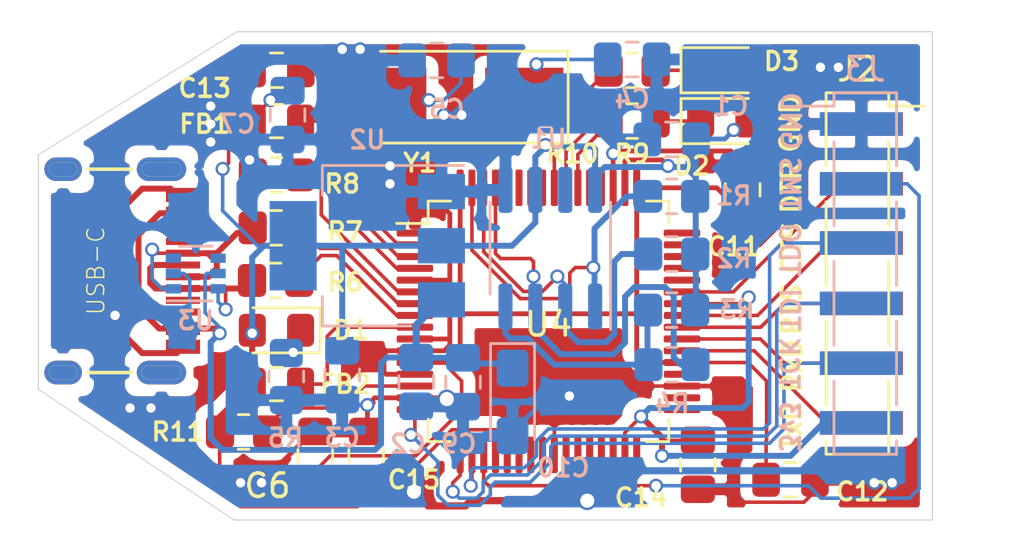
<source format=kicad_pcb>
(kicad_pcb (version 20211014) (generator pcbnew)
  (layers (0 "F.Cu" signal) (31 "B.Cu" signal) (34 "B.Paste" user) (35 "F.Paste" user) (36 "B.SilkS" user "B.Silkscreen") (37 "F.SilkS" user "F.Silkscreen") (38 "B.Mask" user) (39 "F.Mask" user) (44 "Edge.Cuts" user))
  (net 0 "")
  (net 1 "GND")
  (net 2 "+3V3")
  (net 3 "+5V")
  (net 4 "Net-(C4-Pad1)")
  (net 5 "Net-(C5-Pad1)")
  (net 6 "Net-(D1-Pad1)")
  (net 7 "/TCK")
  (net 8 "/TDO")
  (net 9 "/TDI")
  (net 10 "/TMS")
  (net 11 "Net-(J6-PadA6)")
  (net 12 "Net-(J6-PadA7)")
  (net 13 "Net-(R1-Pad1)")
  (net 14 "Net-(R2-Pad1)")
  (net 15 "Net-(R3-Pad1)")
  (net 16 "Net-(R4-Pad2)")
  (net 17 "Net-(R10-Pad2)")
  (net 18 "Net-(R7-Pad2)")
  (net 19 "Net-(D2-Pad1)")
  (net 20 "Net-(D3-Pad1)")
  (net 21 "Net-(FB1-Pad1)")
  (net 22 "Net-(FB2-Pad1)")
  (net 23 "/DTR")
  (net 24 "/RTS")
  (net 25 "/TX")
  (net 26 "/CTS")
  (net 27 "/RX")
  (net 28 "Net-(R6-Pad2)")
  (net 29 "Net-(R11-Pad2)")
  (net 30 "+1V8")
  (net 31 "Net-(R9-Pad2)")
  (net 32 "Net-(R8-Pad2)")
  (footprint "LED_SMD:LED_0805_2012Metric_Pad1.15x1.40mm_HandSolder" (layer "F.Cu") (at 141.097 104.013 180)
    (fp_text reference "D1")
    (fp_text value "pwr")
  )
  (footprint "JTAG_HW:PinHeader_1x06_P2.54mm_Vertical_SMD_Pin1long" (layer "F.Cu") (at 165.78326 101.6)
    (fp_text reference "J2")
    (fp_text value "Conn_01x06_Male")
  )
  (footprint "USB-C-COM-15111:USB-C-COM-15111" (layer "F.Cu") (at 137.12698 101.48824 -90)
    (fp_text reference "J6" hide)
    (fp_text value "USB_C16PIN" hide)
    (fp_line (start -4.02 1.465) (end -4.02 0.365) (layer "Edge.Cuts") (width 0.01))
    (fp_line (start 4.02 5.4) (end 4.02 4.78) (layer "Edge.Cuts") (width 0.01))
    (fp_line (start -4.62 1.465) (end -4.62 0.365) (layer "Edge.Cuts") (width 0.01))
    (fp_line (start 4.62 5.4) (end 4.62 4.78) (layer "Edge.Cuts") (width 0.01))
    (fp_line (start -4.62 5.4) (end -4.62 4.78) (layer "Edge.Cuts") (width 0.01))
    (fp_line (start 4.62 1.465) (end 4.62 0.365) (layer "Edge.Cuts") (width 0.01))
    (fp_line (start 4.02 1.465) (end 4.02 0.365) (layer "Edge.Cuts") (width 0.01))
    (fp_line (start -4.02 5.4) (end -4.02 4.78) (layer "Edge.Cuts") (width 0.01))
    (fp_arc (start -4.02 5.4) (mid -4.32 5.7) (end -4.62 5.4) (layer "Edge.Cuts") (width 0.01))
    (fp_arc (start 4.02 0.365) (mid 4.32 0.065) (end 4.62 0.365) (layer "Edge.Cuts") (width 0.01))
    (fp_arc (start 4.62 1.465) (mid 4.32 1.765) (end 4.02 1.465) (layer "Edge.Cuts") (width 0.01))
    (fp_arc (start -4.62 0.365) (mid -4.32 0.065) (end -4.02 0.365) (layer "Edge.Cuts") (width 0.01))
    (fp_arc (start 4.62 5.4) (mid 4.32 5.7) (end 4.02 5.4) (layer "Edge.Cuts") (width 0.01))
    (fp_arc (start -4.62 4.78) (mid -4.32 4.48) (end -4.02 4.78) (layer "Edge.Cuts") (width 0.01))
    (fp_arc (start -4.02 1.465) (mid -4.32 1.765) (end -4.62 1.465) (layer "Edge.Cuts") (width 0.01))
    (fp_arc (start 4.02 4.78) (mid 4.32 4.48) (end 4.62 4.78) (layer "Edge.Cuts") (width 0.01))
  )
  (footprint "Resistor_SMD:R_0805_2012Metric_Pad1.20x1.40mm_HandSolder" (layer "F.Cu") (at 141.06006 101.89464)
    (fp_text reference "R6")
    (fp_text value "27")
  )
  (footprint "Resistor_SMD:R_0805_2012Metric_Pad1.20x1.40mm_HandSolder" (layer "F.Cu") (at 141.08568 99.65944)
    (fp_text reference "R7")
    (fp_text value "27")
  )
  (footprint "LED_SMD:LED_0805_2012Metric_Pad1.15x1.40mm_HandSolder" (layer "F.Cu") (at 160.147 95.123)
    (fp_text reference "D2")
    (fp_text value "RX_LED")
  )
  (footprint "LED_SMD:LED_0805_2012Metric_Pad1.15x1.40mm_HandSolder" (layer "F.Cu") (at 160.147 92.964)
    (fp_text reference "D3")
    (fp_text value "TX_LED")
  )
  (footprint "Inductor_SMD:L_0805_2012Metric_Pad1.15x1.40mm_HandSolder" (layer "F.Cu") (at 141.097 106.299 180)
    (fp_text reference "FB2")
    (fp_text value "FerriteBead_Small")
  )
  (footprint "Capacitor_SMD:C_0805_2012Metric_Pad1.18x1.45mm_HandSolder" (layer "F.Cu") (at 142.748 109.347 90)
    (fp_text reference "C6")
    (fp_text value "0.1uF")
  )
  (footprint "Capacitor_SMD:C_0805_2012Metric_Pad1.18x1.45mm_HandSolder" (layer "F.Cu") (at 160.909 98.044 90)
    (fp_text reference "C11")
    (fp_text value "0.1uF")
  )
  (footprint "Capacitor_SMD:C_0805_2012Metric_Pad1.18x1.45mm_HandSolder" (layer "F.Cu") (at 162.941 110.363)
    (fp_text reference "C12")
    (fp_text value "0.1uF")
  )
  (footprint "Capacitor_SMD:C_0805_2012Metric_Pad1.18x1.45mm_HandSolder" (layer "F.Cu") (at 159.004 109.728 -90)
    (fp_text reference "C14")
    (fp_text value "0.1uF")
  )
  (footprint "Capacitor_SMD:C_0805_2012Metric_Pad1.18x1.45mm_HandSolder" (layer "F.Cu") (at 144.907 109.347 90)
    (fp_text reference "C15")
    (fp_text value "0.1uF")
  )
  (footprint "Resistor_SMD:R_0805_2012Metric_Pad1.20x1.40mm_HandSolder" (layer "F.Cu") (at 141.097 97.409)
    (fp_text reference "R8")
    (fp_text value "12K")
  )
  (footprint "Resistor_SMD:R_0805_2012Metric_Pad1.20x1.40mm_HandSolder" (layer "F.Cu") (at 156.21 95.123 180)
    (fp_text reference "R9")
    (fp_text value "2K2")
  )
  (footprint "Resistor_SMD:R_0805_2012Metric_Pad1.20x1.40mm_HandSolder" (layer "F.Cu") (at 156.21 92.964 180)
    (fp_text reference "R10")
    (fp_text value "2K2")
  )
  (footprint "Package_QFP:LQFP-64_10x10mm_P0.5mm" (layer "F.Cu") (at 152.654 103.632)
    (fp_text reference "U4")
    (fp_text value "FT2232HL")
  )
  (footprint "Inductor_SMD:L_0805_2012Metric_Pad1.15x1.40mm_HandSolder" (layer "F.Cu") (at 141.097 95.123 180)
    (fp_text reference "FB1")
    (fp_text value "FerriteBead_Small")
  )
  (footprint "Capacitor_SMD:C_0805_2012Metric_Pad1.18x1.45mm_HandSolder" (layer "F.Cu") (at 141.097 92.964 180)
    (fp_text reference "C13")
    (fp_text value "0.1uF")
  )
  (footprint "Resistor_SMD:R_0805_2012Metric_Pad1.20x1.40mm_HandSolder" (layer "F.Cu") (at 139.7 108.331)
    (fp_text reference "R11")
    (fp_text value "1K")
  )
  (footprint "Crystal:Crystal_SMD_0603-2Pin_6.0x3.5mm_HandSoldering" (layer "F.Cu") (at 148.717 94.107 180)
    (fp_text reference "Y1")
    (fp_text value "12MHZ")
  )
  (footprint "Capacitor_SMD:C_0805_2012Metric_Pad1.18x1.45mm_HandSolder" (layer "B.Cu") (at 157.8901 95.90278 180)
    (fp_text reference "C1")
    (fp_text value "0.1uF")
  )
  (footprint "Capacitor_SMD:C_0805_2012Metric_Pad1.18x1.45mm_HandSolder" (layer "B.Cu") (at 143.891 105.918 -90)
    (fp_text reference "C3")
    (fp_text value "0.1uF")
  )
  (footprint "Capacitor_SMD:C_0805_2012Metric_Pad1.18x1.45mm_HandSolder" (layer "B.Cu") (at 156.21 92.5068)
    (fp_text reference "C4")
    (fp_text value "27pF")
  )
  (footprint "Capacitor_SMD:C_0805_2012Metric_Pad1.18x1.45mm_HandSolder" (layer "B.Cu") (at 147.9005 92.5449 180)
    (fp_text reference "C5")
    (fp_text value "27pF")
  )
  (footprint "Capacitor_SMD:C_0805_2012Metric_Pad1.18x1.45mm_HandSolder" (layer "B.Cu") (at 141.56944 94.869 -90)
    (fp_text reference "C7")
    (fp_text value "0.1uF")
  )
  (footprint "JTAG_HW:PinHeader_1x06_P2.54mm_Vertical_SMD_Pin1long" (layer "B.Cu") (at 166.116 101.6 180)
    (fp_text reference "J3")
    (fp_text value "Conn_01x06_Male")
  )
  (footprint "Resistor_SMD:R_0805_2012Metric_Pad1.20x1.40mm_HandSolder" (layer "B.Cu") (at 157.88756 98.32086)
    (fp_text reference "R1")
    (fp_text value "10K")
  )
  (footprint "Resistor_SMD:R_0805_2012Metric_Pad1.20x1.40mm_HandSolder" (layer "B.Cu") (at 141.5161 105.9778 -90)
    (fp_text reference "R5")
    (fp_text value "2K2")
  )
  (footprint "Package_TO_SOT_SMD:SOT-223-3_TabPin2" (layer "B.Cu") (at 144.9574 100.4202 180)
    (fp_text reference "U2")
    (fp_text value "AMS1117-3.3")
  )
  (footprint "Capacitor_SMD:C_0805_2012Metric_Pad1.18x1.45mm_HandSolder" (layer "B.Cu") (at 147.03552 106.20502 -90)
    (fp_text reference "C2")
    (fp_text value "0.1uF")
  )
  (footprint "Capacitor_SMD:C_0805_2012Metric_Pad1.18x1.45mm_HandSolder" (layer "B.Cu") (at 149.02434 106.22142 -90)
    (fp_text reference "C9")
    (fp_text value "0.1uF")
  )
  (footprint "Resistor_SMD:R_0805_2012Metric_Pad1.20x1.40mm_HandSolder" (layer "B.Cu") (at 157.9028 105.4735)
    (fp_text reference "R4")
    (fp_text value "2.2K")
  )
  (footprint "Resistor_SMD:R_0805_2012Metric_Pad1.20x1.40mm_HandSolder" (layer "B.Cu") (at 157.8864 103.15448)
    (fp_text reference "R3")
    (fp_text value "10K")
  )
  (footprint "Resistor_SMD:R_0805_2012Metric_Pad1.20x1.40mm_HandSolder" (layer "B.Cu") (at 157.89286 100.77196)
    (fp_text reference "R2")
    (fp_text value "10K")
  )
  (footprint "Package_SO:SOIC-8_3.9x4.9mm_P1.27mm" (layer "B.Cu") (at 152.73274 100.52558 90)
    (fp_text reference "U1")
    (fp_text value "93CxxC")
  )
  (footprint "Capacitor_Tantalum_SMD:CP_EIA-3216-18_Kemet-A_Pad1.58x1.35mm_HandSolder" (layer "B.Cu") (at 151.13 107.061 -90)
    (fp_text reference "C10")
    (fp_text value "10uF")
  )
  (footprint "Package_TO_SOT_SMD:SOT-363_SC-70-6" (layer "B.Cu") (at 137.668 101.6)
    (fp_text reference "U3")
    (fp_text value "NUP2202")
  )
  (gr_line (start 139.29106 112.07242) (end 130.98272 106.51998) (layer "Edge.Cuts") (width 0.05))
  (gr_line (start 168.96842 91.3257) (end 139.42822 91.3257) (layer "Edge.Cuts") (width 0.05))
  (gr_line (start 130.98272 96.55556) (end 130.98272 106.51998) (layer "Edge.Cuts") (width 0.05))
  (gr_line (start 168.96842 112.07242) (end 168.96842 91.3257) (layer "Edge.Cuts") (width 0.05))
  (gr_line (start 139.42822 91.3257) (end 130.98272 96.55556) (layer "Edge.Cuts") (width 0.05))
  (gr_line (start 139.29106 112.07242) (end 168.96842 112.07242) (layer "Edge.Cuts") (width 0.05))
  (gr_text "3v3\n" (at 162.87242 108.1024 270) (layer "B.SilkS") (effects (font (size 0.8 0.8)) (justify mirror)))
  (gr_text "TCK" (at 162.85972 105.41 270) (layer "B.SilkS") (effects (font (size 0.8 0.8)) (justify mirror)))
  (gr_text "TDI" (at 162.89274 103.124 270) (layer "B.SilkS") (effects (font (size 0.8 0.8)) (justify mirror)))
  (gr_text "TDO\n" (at 162.87496 100.584 270) (layer "B.SilkS") (effects (font (size 0.8 0.8)) (justify mirror)))
  (gr_text "TMS\n" (at 162.9029 97.79 270) (layer "B.SilkS") (effects (font (size 0.8 0.8)) (justify mirror)))
  (gr_text "GND" (at 162.941 95.123 270) (layer "B.SilkS") (effects (font (size 0.8 0.8)) (justify mirror)))
  (gr_text "CTS" (at 163.00704 100.51796 90) (layer "F.SilkS") (effects (font (size 0.8 0.8))))
  (gr_text "DTR" (at 162.9791 97.93732 90) (layer "F.SilkS") (effects (font (size 0.8 0.8))))
  (gr_text "RxD" (at 163.02228 105.5243 90) (layer "F.SilkS") (effects (font (size 0.8 0.8))))
  (gr_text "RTS\n" (at 162.98926 103.12654 90) (layer "F.SilkS") (effects (font (size 0.8 0.8))))
  (gr_text "TxD\n" (at 163.00958 108.1024 90) (layer "F.SilkS") (effects (font (size 0.8 0.8))))
  (gr_text "GND" (at 162.9283 95.23984 90) (layer "F.SilkS") (effects (font (size 0.8 0.8))))
  (segment (start 152.904 107.446) (end 153.543 106.807) (width 0.1524) (layer "F.Cu") (net 1))
  (segment (start 161.619 100.382) (end 162.306 99.695) (width 0.2032) (layer "F.Cu") (net 1))
  (segment (start 146.979 106.882) (end 148.08079 106.882) (width 0.2032) (layer "F.Cu") (net 1))
  (segment (start 144.9626 108.1054) (end 144.9626 107.188) (width 0.2032) (layer "F.Cu") (net 1))
  (segment (start 146.979 99.882) (end 148.403 99.882) (width 0.2032) (layer "F.Cu") (net 1))
  (segment (start 134.67334 104.264114) (end 135.391867 104.982641) (width 0.254) (layer "F.Cu") (net 1))
  (segment (start 158.329 106.382) (end 160.23 106.382) (width 0.2032) (layer "F.Cu") (net 1))
  (segment (start 155.404 96.49686) (end 155.50786 96.393) (width 0.2032) (layer "F.Cu") (net 1))
  (segment (start 148.463 101.854) (end 148.463 99.822) (width 0.2032) (layer "F.Cu") (net 1))
  (segment (start 146.979 104.382) (end 148.451 104.382) (width 0.2032) (layer "F.Cu") (net 1))
  (segment (start 147.543801 111.475801) (end 146.939 110.871) (width 0.3048) (layer "F.Cu") (net 1))
  (segment (start 145.816 104.882) (end 145.669 105.029) (width 0.2032) (layer "F.Cu") (net 1))
  (segment (start 148.435 101.882) (end 148.463 101.854) (width 0.2032) (layer "F.Cu") (net 1))
  (segment (start 158.329 106.382) (end 153.968 106.382) (width 0.1524) (layer "F.Cu") (net 1))
  (segment (start 135.391867 104.982641) (end 136.857579 104.982641) (width 0.254) (layer "F.Cu") (net 1))
  (segment (start 146.979 106.882) (end 145.2686 106.882) (width 0.2032) (layer "F.Cu") (net 1))
  (segment (start 140.06438 97.52076) (end 139.95342 97.4098) (width 0.254) (layer "F.Cu") (net 1))
  (segment (start 162.306 99.695) (end 162.306 98.298) (width 0.2032) (layer "F.Cu") (net 1))
  (segment (start 134.67334 98.712366) (end 134.67334 103.43134) (width 0.254) (layer "F.Cu") (net 1))
  (segment (start 153.968 106.382) (end 153.543 106.807) (width 0.1524) (layer "F.Cu") (net 1))
  (segment (start 136.86108 98.26324) (end 136.591679 97.993839) (width 0.254) (layer "F.Cu") (net 1))
  (segment (start 136.857579 104.982641) (end 137.12698 104.71324) (width 0.254) (layer "F.Cu") (net 1))
  (segment (start 148.313 106.934) (end 148.336 106.934) (width 0.2032) (layer "F.Cu") (net 1))
  (segment (start 163.51139 111.31661) (end 160.97361 111.31661) (width 0.1524) (layer "F.Cu") (net 1))
  (segment (start 148.08079 106.882) (end 148.261 106.882) (width 0.2032) (layer "F.Cu") (net 1))
  (segment (start 146.979 104.882) (end 148.229 104.882) (width 0.2032) (layer "F.Cu") (net 1))
  (segment (start 163.9785 110.363) (end 163.9785 110.8495) (width 0.1524) (layer "F.Cu") (net 1))
  (segment (start 142.6425 108.3095) (end 140.462 110.49) (width 0.2032) (layer "F.Cu") (net 1))
  (segment (start 152.904 109.307) (end 152.904 107.446) (width 0.1524) (layer "F.Cu") (net 1))
  (segment (start 148.261 106.882) (end 148.313 106.934) (width 0.2032) (layer "F.Cu") (net 1))
  (segment (start 142.748 108.3095) (end 142.6425 108.3095) (width 0.2032) (layer "F.Cu") (net 1))
  (segment (start 158.329 100.382) (end 161.619 100.382) (width 0.2032) (layer "F.Cu") (net 1))
  (segment (start 147.193 97.79) (end 145.923 97.79) (width 0.2032) (layer "F.Cu") (net 1))
  (segment (start 160.6335 110.7655) (end 160.655 110.744) (width 0.1524) (layer "F.Cu") (net 1))
  (segment (start 144.7585 108.3095) (end 144.9626 108.1054) (width 0.2032) (layer "F.Cu") (net 1))
  (segment (start 159.004 110.7655) (end 160.6335 110.7655) (width 0.1524) (layer "F.Cu") (net 1))
  (segment (start 160.401 96.393) (end 160.909 96.901) (width 0.2032) (layer "F.Cu") (net 1))
  (segment (start 154.305 111.252) (end 149.352 111.252) (width 0.3048) (layer "F.Cu") (net 1))
  (segment (start 148.229 104.882) (end 148.463 104.648) (width 0.2032) (layer "F.Cu") (net 1))
  (segment (start 163.9785 110.8495) (end 163.51139 111.31661) (width 0.1524) (layer "F.Cu") (net 1))
  (segment (start 149.352 111.252) (end 149.128199 111.475801) (width 0.3048) (layer "F.Cu") (net 1))
  (segment (start 160.23 106.382) (end 160.655 106.807) (width 0.2032) (layer "F.Cu") (net 1))
  (segment (start 134.67334 103.43134) (end 134.67334 104.264114) (width 0.254) (layer "F.Cu") (net 1))
  (segment (start 148.463 104.648) (end 148.463 104.394) (width 0.2032) (layer "F.Cu") (net 1))
  (segment (start 145.669 105.029) (end 145.669 105.791) (width 0.2032) (layer "F.Cu") (net 1))
  (segment (start 162.306 98.298) (end 160.909 96.901) (width 0.2032) (layer "F.Cu") (net 1))
  (segment (start 137.12698 98.26324) (end 136.86108 98.26324) (width 0.254) (layer "F.Cu") (net 1))
  (segment (start 135.391867 97.993839) (end 134.67334 98.712366) (width 0.254) (layer "F.Cu") (net 1))
  (segment (start 148.463 99.822) (end 148.463 99.06) (width 0.2032) (layer "F.Cu") (net 1))
  (segment (start 146.979 101.882) (end 148.435 101.882) (width 0.2032) (layer "F.Cu") (net 1))
  (segment (start 145.76 105.882) (end 145.669 105.791) (width 0.2032) (layer "F.Cu") (net 1))
  (segment (start 145.2686 106.882) (end 144.9626 107.188) (width 0.2032) (layer "F.Cu") (net 1))
  (segment (start 148.451 104.382) (end 148.463 104.394) (width 0.2032) (layer "F.Cu") (net 1))
  (segment (start 146.979 104.882) (end 145.816 104.882) (width 0.2032) (layer "F.Cu") (net 1))
  (segment (start 155.50786 96.393) (end 160.401 96.393) (width 0.2032) (layer "F.Cu") (net 1))
  (segment (start 134.239 103.378) (end 134.62 103.378) (width 0.1524) (layer "F.Cu") (net 1))
  (segment (start 148.463 104.394) (end 148.463 101.854) (width 0.2032) (layer "F.Cu") (net 1))
  (segment (start 160.655 110.998) (end 160.655 110.744) (width 0.1524) (layer "F.Cu") (net 1))
  (segment (start 148.403 99.882) (end 148.463 99.822) (width 0.2032) (layer "F.Cu") (net 1))
  (segment (start 146.979 105.882) (end 145.76 105.882) (width 0.2032) (layer "F.Cu") (net 1))
  (segment (start 160.97361 111.31661) (end 160.655 110.998) (width 0.1524) (layer "F.Cu") (net 1))
  (segment (start 148.463 99.06) (end 147.193 97.79) (width 0.2032) (layer "F.Cu") (net 1))
  (segment (start 149.128199 111.475801) (end 147.543801 111.475801) (width 0.3048) (layer "F.Cu") (net 1))
  (segment (start 155.404 97.957) (end 155.404 96.564) (width 0.2032) (layer "F.Cu") (net 1))
  (segment (start 160.655 110.744) (end 160.655 106.807) (width 0.1524) (layer "F.Cu") (net 1))
  (segment (start 134.62 103.378) (end 134.67334 103.43134) (width 0.1524) (layer "F.Cu") (net 1))
  (segment (start 136.591679 97.993839) (end 135.391867 97.993839) (width 0.254) (layer "F.Cu") (net 1))
  (segment (start 155.404 96.564) (end 155.404 96.49686) (width 0.2032) (layer "F.Cu") (net 1))
  (segment (start 142.748 108.3095) (end 144.7585 108.3095) (width 0.2032) (layer "F.Cu") (net 1))
  (via (at 144.9626 107.188) (size 0.6) (drill 0.4) (layers "F.Cu" "B.Cu") (net 1))
  (via (at 148.209 94.869) (size 0.6) (drill 0.4) (layers "F.Cu" "B.Cu") (net 1))
  (via (at 164.211 92.837) (size 0.6) (drill 0.4) (layers "F.Cu" "B.Cu") (net 1))
  (via (at 145.923 97.79) (size 0.6) (drill 0.4) (layers "F.Cu" "B.Cu") (net 1))
  (via (at 167.259 110.49) (size 0.6) (drill 0.4) (layers "F.Cu" "B.Cu") (net 1))
  (via (at 139.573 110.49) (size 0.6) (drill 0.4) (layers "F.Cu" "B.Cu") (net 1))
  (via (at 135.763 107.315) (size 0.6) (drill 0.4) (layers "F.Cu" "B.Cu") (net 1))
  (via (at 134.239 103.378) (size 0.6) (drill 0.4) (layers "F.Cu" "B.Cu") (net 1))
  (via (at 138.303 94.488) (size 0.6) (drill 0.4) (layers "F.Cu" "B.Cu") (net 1))
  (via (at 140.462 110.49) (size 0.6) (drill 0.4) (layers "F.Cu" "B.Cu") (net 1))
  (via (at 148.336 106.934) (size 0.8) (drill 0.6) (layers "F.Cu" "B.Cu") (net 1))
  (via (at 148.971 94.869) (size 0.6) (drill 0.4) (layers "F.Cu" "B.Cu") (net 1))
  (via (at 138.303 95.25) (size 0.6) (drill 0.4) (layers "F.Cu" "B.Cu") (net 1))
  (via (at 164.973 92.837) (size 0.6) (drill 0.4) (layers "F.Cu" "B.Cu") (net 1))
  (via (at 145.923 97.028) (size 0.6) (drill 0.4) (layers "F.Cu" "B.Cu") (net 1))
  (via (at 166.497 110.49) (size 0.6) (drill 0.4) (layers "F.Cu" "B.Cu") (net 1))
  (via (at 146.939 110.871) (size 0.8) (drill 0.6) (layers "F.Cu" "B.Cu") (net 1))
  (via (at 143.891 92.075) (size 0.6) (drill 0.4) (layers "F.Cu" "B.Cu") (net 1))
  (via (at 134.874 107.315) (size 0.6) (drill 0.4) (layers "F.Cu" "B.Cu") (net 1))
  (via (at 155.404 96.49686) (size 0.6) (drill 0.4) (layers "F.Cu" "B.Cu") (net 1))
  (via (at 144.653 92.075) (size 0.6) (drill 0.4) (layers "F.Cu" "B.Cu") (net 1))
  (via (at 139.95342 96.774) (size 0.6) (drill 0.4) (layers "F.Cu" "B.Cu") (net 1))
  (via (at 154.305 111.252) (size 0.8) (drill 0.6) (layers "F.Cu" "B.Cu") (net 1))
  (via (at 138.303 96.012) (size 0.6) (drill 0.4) (layers "F.Cu" "B.Cu") (net 1))
  (via (at 153.543 106.807) (size 0.6) (drill 0.4) (layers "F.Cu" "B.Cu") (net 1))
  (segment (start 150.99002 108.45038) (end 151.14016 108.30024) (width 0.1524) (layer "B.Cu") (net 1))
  (segment (start 155.54198 96.30692) (end 154.76192 95.52686) (width 0.254) (layer "B.Cu") (net 1))
  (segment (start 139.95342 96.14212) (end 139.95342 96.774) (width 0.254) (layer "B.Cu") (net 1))
  (segment (start 156.591 109.982) (end 155.321 111.252) (width 0.3048) (layer "B.Cu") (net 1))
  (segment (start 156.82164 95.94624) (end 156.8651 95.90278) (width 0.254) (layer "B.Cu") (net 1))
  (segment (start 149.02434 107.25892) (end 148.66092 107.25892) (width 0.2032) (layer "B.Cu") (net 1))
  (segment (start 152.908 106.807) (end 153.543 106.807) (width 0.2032) (layer "B.Cu") (net 1))
  (segment (start 148.66092 107.25892) (end 148.336 106.934) (width 0.2032) (layer "B.Cu") (net 1))
  (segment (start 144.145 107.188) (end 143.891 106.934) (width 0.2032) (layer "B.Cu") (net 1))
  (segment (start 147.32 106.934) (end 148.336 106.934) (width 0.2032) (layer "B.Cu") (net 1))
  (segment (start 165.989 109.982) (end 156.591 109.982) (width 0.3048) (layer "B.Cu") (net 1))
  (segment (start 137.16 103.378) (end 134.239 103.378) (width 0.1524) (layer "B.Cu") (net 1))
  (segment (start 137.16 101.6) (end 137.414 101.854) (width 0.1524) (layer "B.Cu") (net 1))
  (segment (start 155.90266 95.94624) (end 156.82164 95.94624) (width 0.254) (layer "B.Cu") (net 1))
  (segment (start 137.414 101.854) (end 137.414 103.124) (width 0.1524) (layer "B.Cu") (net 1))
  (segment (start 137.414 103.124) (end 137.16 103.378) (width 0.1524) (layer "B.Cu") (net 1))
  (segment (start 155.321 111.252) (end 154.305 111.252) (width 0.3048) (layer "B.Cu") (net 1))
  (segment (start 151.13 108.331) (end 151.13 108.585) (width 0.2032) (layer "B.Cu") (net 1))
  (segment (start 167.259 110.49) (end 166.497 110.49) (width 0.3048) (layer "B.Cu") (net 1))
  (segment (start 154.76192 95.52686) (end 151.40714 95.52686) (width 0.254) (layer "B.Cu") (net 1))
  (segment (start 144.9626 107.188) (end 144.145 107.188) (width 0.2032) (layer "B.Cu") (net 1))
  (segment (start 149.82952 98.02622) (end 150.80338 98.02622) (width 0.1524) (layer "B.Cu") (net 1))
  (segment (start 140.843 110.871) (end 140.462 110.49) (width 0.3048) (layer "B.Cu") (net 1))
  (segment (start 150.876 108.6255) (end 151.2165 108.6255) (width 0.1524) (layer "B.Cu") (net 1))
  (segment (start 139.95342 96.14212) (end 140.20154 95.894) (width 0.254) (layer "B.Cu") (net 1))
  (segment (start 166.497 110.49) (end 165.989 109.982) (width 0.3048) (layer "B.Cu") (net 1))
  (segment (start 140.20154 95.894) (end 141.56944 95.894) (width 0.254) (layer "B.Cu") (net 1))
  (segment (start 155.54198 96.30692) (end 155.90266 95.94624) (width 0.254) (layer "B.Cu") (net 1))
  (segment (start 136.718 101.6) (end 137.16 101.6) (width 0.1524) (layer "B.Cu") (net 1))
  (segment (start 152.654 106.807) (end 151.13 108.331) (width 0.2032) (layer "B.Cu") (net 1))
  (segment (start 151.40714 95.52686) (end 149.82952 97.10448) (width 0.254) (layer "B.Cu") (net 1))
  (segment (start 147.03552 107.24252) (end 147.03552 107.21848) (width 0.2032) (layer "B.Cu") (net 1))
  (segment (start 147.03552 107.21848) (end 147.32 106.934) (width 0.2032) (layer "B.Cu") (net 1))
  (segment (start 153.035 106.807) (end 153.543 106.807) (width 0.1524) (layer "B.Cu") (net 1))
  (segment (start 153.035 106.807) (end 152.908 106.807) (width 0.2032) (layer "B.Cu") (net 1))
  (segment (start 146.939 110.871) (end 140.843 110.871) (width 0.3048) (layer "B.Cu") (net 1))
  (segment (start 150.80338 98.02622) (end 150.82774 98.05058) (width 0.1524) (layer "B.Cu") (net 1))
  (segment (start 149.82952 97.10448) (end 149.82952 98.02622) (width 0.1524) (layer "B.Cu") (net 1))
  (segment (start 152.908 106.807) (end 152.654 106.807) (width 0.2032) (layer "B.Cu") (net 1))
  (segment (start 161.172 92.964) (end 161.172 95.114) (width 0.2032) (layer "F.Cu") (net 2))
  (segment (start 140.072 95.123) (end 139.7 95.123) (width 0.1524) (layer "F.Cu") (net 2))
  (segment (start 160.897 102.882) (end 161.163 102.616) (width 0.1524) (layer "F.Cu") (net 2))
  (segment (start 157.48 108.5644) (end 156.591 107.6754) (width 0.254) (layer "F.Cu") (net 2))
  (segment (start 138.684 110.617) (end 138.684 108.331) (width 0.1524) (layer "F.Cu") (net 2))
  (segment (start 144.907 111.125) (end 144.526 111.506) (width 0.1524) (layer "F.Cu") (net 2))
  (segment (start 160.909 95.123) (end 160.528 95.504) (width 0.2032) (layer "F.Cu") (net 2))
  (segment (start 155.956 96.774) (end 157.48 96.774) (width 0.2032) (layer "F.Cu") (net 2))
  (segment (start 139.065 95.758) (end 139.065 96.901) (width 0.1524) (layer "F.Cu") (net 2))
  (segment (start 155.904 97.957) (end 155.904 96.826) (width 0.2032) (layer "F.Cu") (net 2))
  (segment (start 138.7 108.331) (end 138.7 107.68) (width 0.254) (layer "F.Cu") (net 2))
  (segment (start 146.431 110.363) (end 144.907 110.363) (width 0.1524) (layer "F.Cu") (net 2))
  (segment (start 140.06576 104.13746) (end 140.06576 106.28376) (width 0.254) (layer "F.Cu") (net 2))
  (segment (start 139.573 111.506) (end 138.684 110.617) (width 0.1524) (layer "F.Cu") (net 2))
  (segment (start 155.904 96.826) (end 155.956 96.774) (width 0.2032) (layer "F.Cu") (net 2))
  (segment (start 155.904 109.307) (end 155.904 108.3624) (width 0.1524) (layer "F.Cu") (net 2))
  (segment (start 157.6061 108.6905) (end 157.48 108.5644) (width 0.1524) (layer "F.Cu") (net 2))
  (segment (start 139.065 96.901) (end 138.811 97.155) (width 0.1524) (layer "F.Cu") (net 2))
  (segment (start 161.172 95.123) (end 160.909 95.123) (width 0.2032) (layer "F.Cu") (net 2))
  (segment (start 150.404 108.24) (end 148.554 108.24) (width 0.1524) (layer "F.Cu") (net 2))
  (segment (start 157.48 96.774) (end 157.734 97.028) (width 0.2032) (layer "F.Cu") (net 2))
  (segment (start 140.072 95.005) (end 140.843 94.234) (width 0.1524) (layer "F.Cu") (net 2))
  (segment (start 144.907 110.3845) (end 144.907 111.125) (width 0.1524) (layer "F.Cu") (net 2))
  (segment (start 152.904 97.957) (end 152.904 96.516) (width 0.1524) (layer "F.Cu") (net 2))
  (segment (start 140.072 95.123) (end 140.072 95.005) (width 0.1524) (layer "F.Cu") (net 2))
  (segment (start 148.554 108.24) (end 146.431 110.363) (width 0.1524) (layer "F.Cu") (net 2))
  (segment (start 142.1345 93.0695) (end 140.97 94.234) (width 0.1524) (layer "F.Cu") (net 2))
  (segment (start 150.404 109.307) (end 150.404 108.24) (width 0.1524) (layer "F.Cu") (net 2))
  (segment (start 157.48 109.347) (end 157.48 108.5644) (width 0.254) (layer "F.Cu") (net 2))
  (segment (start 152.904 96.516) (end 152.527 96.139) (width 0.1524) (layer "F.Cu") (net 2))
  (segment (start 142.1345 92.964) (end 142.1345 93.0695) (width 0.1524) (layer "F.Cu") (net 2))
  (segment (start 158.329 102.882) (end 159.881 102.882) (width 0.1524) (layer "F.Cu") (net 2))
  (segment (start 140.0503 104.36352) (end 140.0503 104.15292) (width 0.254) (layer "F.Cu") (net 2))
  (segment (start 159.004 108.6905) (end 157.6061 108.6905) (width 0.1524) (layer "F.Cu") (net 2))
  (segment (start 138.7 107.68) (end 140.081 106.299) (width 0.254) (layer "F.Cu") (net 2))
  (segment (start 144.526 111.506) (end 139.573 111.506) (width 0.1524) (layer "F.Cu") (net 2))
  (segment (start 159.881 102.882) (end 160.897 102.882) (width 0.1524) (layer "F.Cu") (net 2))
  (segment (start 140.97 94.234) (end 140.843 94.234) (width 0.1524) (layer "F.Cu") (net 2))
  (segment (start 140.0503 104.15292) (end 140.06576 104.13746) (width 0.254) (layer "F.Cu") (net 2))
  (segment (start 155.904 108.3624) (end 156.591 107.6754) (width 0.1524) (layer "F.Cu") (net 2))
  (segment (start 139.7 95.123) (end 139.065 95.758) (width 0.1524) (layer "F.Cu") (net 2))
  (via (at 156.591 107.6754) (size 0.6) (drill 0.4) (layers "F.Cu" "B.Cu") (net 2))
  (via (at 140.06576 104.13746) (size 0.6) (drill 0.4) (layers "F.Cu" "B.Cu") (net 2))
  (via (at 138.811 97.155) (size 0.6) (drill 0.4) (layers "F.Cu" "B.Cu") (net 2))
  (via (at 160.528 95.504) (size 0.6) (drill 0.4) (layers "F.Cu" "B.Cu") (net 2))
  (via (at 161.163 102.616) (size 0.6) (drill 0.4) (layers "F.Cu" "B.Cu") (net 2))
  (via (at 152.527 96.139) (size 0.6) (drill 0.4) (layers "F.Cu" "B.Cu") (net 2))
  (via (at 140.843 94.234) (size 0.6) (drill 0.4) (layers "F.Cu" "B.Cu") (net 2))
  (via (at 157.734 97.028) (size 0.6) (drill 0.4) (layers "F.Cu" "B.Cu") (net 2))
  (via (at 157.48 109.347) (size 0.6) (drill 0.4) (layers "F.Cu" "B.Cu") (net 2))
  (segment (start 143.8542 100.4202) (end 144.67462 100.4202) (width 0.254) (layer "B.Cu") (net 2))
  (segment (start 165.9382 107.95) (end 164.592 107.95) (width 0.1524) (layer "B.Cu") (net 2))
  (segment (start 154.63774 98.05058) (end 154.63774 96.32442) (width 0.254) (layer "B.Cu") (net 2))
  (segment (start 158.91256 96.94164) (end 158.77794 97.07626) (width 0.254) (layer "B.Cu") (net 2))
  (segment (start 158.77794 97.07626) (end 158.77794 97.15246) (width 0.254) (layer "B.Cu") (net 2))
  (segment (start 164.338 107.95) (end 162.941 109.347) (width 0.254) (layer "B.Cu") (net 2))
  (segment (start 165.9382 107.95) (end 164.338 107.95) (width 0.254) (layer "B.Cu") (net 2))
  (segment (start 143.891 104.8805) (end 143.891 100.457) (width 0.254) (layer "B.Cu") (net 2))
  (segment (start 147.24759 100.4202) (end 147.218405 100.391015) (width 0.254) (layer "B.Cu") (net 2))
  (segment (start 158.91256 100.76666) (end 158.91786 100.77196) (width 0.254) (layer "B.Cu") (net 2))
  (segment (start 158.67888 96.9137) (end 158.67888 96.9772) (width 0.254) (layer "B.Cu") (net 2))
  (segment (start 154.51328 96.19996) (end 152.53208 96.19996) (width 0.254) (layer "B.Cu") (net 2))
  (segment (start 140.843 94.234) (end 141.224 93.853) (width 0.1524) (layer "B.Cu") (net 2))
  (segment (start 158.60014 97.1931) (end 158.60014 97.07626) (width 0.254) (layer "B.Cu") (net 2))
  (segment (start 145.89128 100.4202) (end 148.1074 100.4202) (width 0.254) (layer "B.Cu") (net 2))
  (segment (start 156.9514 107.315) (end 156.591 107.6754) (width 0.254) (layer "B.Cu") (net 2))
  (segment (start 158.91256 97.21088) (end 158.91256 97.5487) (width 0.254) (layer "B.Cu") (net 2))
  (segment (start 158.91256 96.65462) (end 158.91256 96.94164) (width 0.254) (layer "B.Cu") (net 2))
  (segment (start 140.7528 100.4202) (end 141.8074 100.4202) (width 0.254) (layer "B.Cu") (net 2))
  (segment (start 158.91256 97.50552) (end 158.60014 97.1931) (width 0.254) (layer "B.Cu") (net 2))
  (segment (start 154.63774 96.32442) (end 154.51328 96.19996) (width 0.254) (layer "B.Cu") (net 2))
  (segment (start 158.77794 96.81464) (end 158.67888 96.9137) (width 0.254) (layer "B.Cu") (net 2))
  (segment (start 144.67462 100.4202) (end 144.8956 100.4202) (width 0.254) (layer "B.Cu") (net 2))
  (segment (start 155.04922 97.07626) (end 158.60014 97.07626) (width 0.254) (layer "B.Cu") (net 2))
  (segment (start 162.941 109.347) (end 157.48 109.347) (width 0.254) (layer "B.Cu") (net 2))
  (segment (start 158.91786 103.14802) (end 158.9114 103.15448) (width 0.254) (layer "B.Cu") (net 2))
  (segment (start 158.91256 97.5487) (end 158.91256 97.50552) (width 0.254) (layer "B.Cu") (net 2))
  (segment (start 154.63774 97.48774) (end 155.04922 97.07626) (width 0.254) (layer "B.Cu") (net 2))
  (segment (start 145.89128 100.4202) (end 145.38322 100.4202) (width 0.254) (layer "B.Cu") (net 2))
  (segment (start 158.91256 97.5487) (end 158.91256 96.81464) (width 0.254) (layer "B.Cu") (net 2))
  (segment (start 148.1074 100.4202) (end 151.11092 100.4202) (width 0.254) (layer "B.Cu") (net 2))
  (segment (start 159.131 102.997) (end 159.004 103.124) (width 0.1524) (layer "B.Cu") (net 2))
  (segment (start 143.891 100.457) (end 143.8542 100.4202) (width 0.254) (layer "B.Cu") (net 2))
  (segment (start 158.91256 96.81464) (end 158.91256 96.65462) (width 0.254) (layer "B.Cu") (net 2))
  (segment (start 161.163 102.616) (end 160.782 102.997) (width 0.254) (layer "B.Cu") (net 2))
  (segment (start 158.9151 95.90278) (end 158.9151 96.55556) (width 0.254) (layer "B.Cu") (net 2))
  (segment (start 160.147 95.885) (end 159.004 95.885) (width 0.2032) (layer "B.Cu") (net 2))
  (segment (start 160.909 107.315) (end 156.9514 107.315) (width 0.254) (layer "B.Cu") (net 2))
  (segment (start 140.7528 100.4202) (end 140.2982 100.4202) (width 0.1524) (layer "B.Cu") (net 2))
  (segment (start 152.53208 96.19996) (end 152.09774 96.6343) (width 0.254) (layer "B.Cu") (net 2))
  (segment (start 151.11092 100.4202) (end 152.09774 99.43338) (width 0.254) (layer "B.Cu") (net 2))
  (segment (start 158.91256 98.32086) (end 158.91256 100.76666) (width 0.254) (layer "B.Cu") (net 2))
  (segment (start 140.06576 104.13746) (end 140.06576 100.91674) (width 0.254) (layer "B.Cu") (net 2))
  (segment (start 140.2982 100.4202) (end 138.811 98.933) (width 0.1524) (layer "B.Cu") (net 2))
  (segment (start 140.5623 100.4202) (end 140.7528 100.4202) (width 0.254) (layer "B.Cu") (net 2))
  (segment (start 154.63774 98.05058) (end 154.63774 97.48774) (width 0.254) (layer "B.Cu") (net 2))
  (segment (start 158.60014 96.87052) (end 158.60014 97.07626) (width 0.254) (layer "B.Cu") (net 2))
  (segment (start 158.91786 100.77196) (end 158.91786 103.14802) (width 0.254) (layer "B.Cu") (net 2))
  (segment (start 160.782 102.997) (end 159.131 102.997) (width 0.254) (layer "B.Cu") (net 2))
  (segment (start 140.06576 100.91674) (end 140.5623 100.4202) (width 0.254) (layer "B.Cu") (net 2))
  (segment (start 152.09774 99.43338) (end 152.09774 98.05058) (width 0.254) (layer "B.Cu") (net 2))
  (segment (start 158.91256 95.90532) (end 158.9151 95.90278) (width 0.254) (layer "B.Cu") (net 2))
  (segment (start 158.91256 97.5487) (end 158.91256 98.32086) (width 0.254) (layer "B.Cu") (net 2))
  (segment (start 158.91256 96.65462) (end 158.91256 95.90532) (width 0.254) (layer "B.Cu") (net 2))
  (segment (start 152.09774 96.6343) (end 152.09774 98.05058) (width 0.254) (layer "B.Cu") (net 2))
  (segment (start 158.67888 96.9772) (end 158.91256 97.21088) (width 0.254) (layer "B.Cu") (net 2))
  (segment (start 141.8074 100.4202) (end 143.8542 100.4202) (width 0.254) (layer "B.Cu") (net 2))
  (segment (start 158.91256 96.81464) (end 158.77794 96.81464) (width 0.254) (layer "B.Cu") (net 2))
  (segment (start 148.1074 100.4202) (end 147.24759 100.4202) (width 0.254) (layer "B.Cu") (net 2))
  (segment (start 160.528 95.504) (end 160.147 95.885) (width 0.2032) (layer "B.Cu") (net 2))
  (segment (start 161.163 107.061) (end 160.909 107.315) (width 0.254) (layer "B.Cu") (net 2))
  (segment (start 161.163 102.616) (end 161.163 107.061) (width 0.254) (layer "B.Cu") (net 2))
  (segment (start 138.811 98.933) (end 138.811 97.155) (width 0.1524) (layer "B.Cu") (net 2))
  (segment (start 141.224 93.853) (end 141.605 93.853) (width 0.1524) (layer "B.Cu") (net 2))
  (segment (start 158.9151 96.55556) (end 158.60014 96.87052) (width 0.254) (layer "B.Cu") (net 2))
  (segment (start 158.77794 97.07626) (end 158.91256 97.21088) (width 0.254) (layer "B.Cu") (net 2))
  (segment (start 141.56944 93.844) (end 141.56944 93.46184) (width 0.254) (layer "B.Cu") (net 2))
  (segment (start 158.60014 97.07626) (end 158.77794 97.07626) (width 0.254) (layer "B.Cu") (net 2))
  (segment (start 144.8956 100.4202) (end 145.89128 100.4202) (width 0.254) (layer "B.Cu") (net 2))
  (segment (start 136.1175 103.93824) (end 137.12698 103.93824) (width 0.254) (layer "F.Cu") (net 3))
  (segment (start 137.12698 103.93824) (end 138.28158 103.93824) (width 0.254) (layer "F.Cu") (net 3))
  (segment (start 138.46192 103.93824) (end 138.28158 103.93824) (width 0.254) (layer "F.Cu") (net 3))
  (segment (start 135.23722 103.05796) (end 136.1175 103.93824) (width 0.254) (layer "F.Cu") (net 3))
  (segment (start 138.684 104.14) (end 138.66368 104.14) (width 0.254) (layer "F.Cu") (net 3))
  (segment (start 137.12698 99.03824) (end 136.14798 99.03824) (width 0.254) (layer "F.Cu") (net 3))
  (segment (start 136.14798 99.03824) (end 135.23722 99.949) (width 0.254) (layer "F.Cu") (net 3))
  (segment (start 135.23722 99.949) (end 135.23722 103.05796) (width 0.254) (layer "F.Cu") (net 3))
  (segment (start 138.66368 104.14) (end 138.46192 103.93824) (width 0.254) (layer "F.Cu") (net 3))
  (via (at 138.684 104.14) (size 0.6) (drill 0.4) (layers "F.Cu" "B.Cu") (net 3))
  (segment (start 138.303 104.521) (end 138.303 108.585) (width 0.254) (layer "B.Cu") (net 3))
  (segment (start 138.1406 101.6) (end 138.064399 101.676201) (width 0.1524) (layer "B.Cu") (net 3))
  (segment (start 147.03552 103.79208) (end 148.1074 102.7202) (width 0.3048) (layer "B.Cu") (net 3))
  (segment (start 151.14016 105.42524) (end 149.25316 105.42524) (width 0.254) (layer "B.Cu") (net 3))
  (segment (start 145.542 105.41) (end 145.542 108.839) (width 0.254) (layer "B.Cu") (net 3))
  (segment (start 145.542 108.839) (end 145.288 109.093) (width 0.254) (layer "B.Cu") (net 3))
  (segment (start 138.064399 101.676201) (end 138.064399 103.266399) (width 0.1524) (layer "B.Cu") (net 3))
  (segment (start 138.684 104.14) (end 138.303 104.521) (width 0.254) (layer "B.Cu") (net 3))
  (segment (start 149.25316 105.42524) (end 149.02434 105.19642) (width 0.254) (layer "B.Cu") (net 3))
  (segment (start 138.303 108.585) (end 138.811 109.093) (width 0.254) (layer "B.Cu") (net 3))
  (segment (start 138.684 103.886) (end 138.684 104.14) (width 0.1524) (layer "B.Cu") (net 3))
  (segment (start 138.618 101.6) (end 138.1406 101.6) (width 0.1524) (layer "B.Cu") (net 3))
  (segment (start 138.064399 103.266399) (end 138.684 103.886) (width 0.1524) (layer "B.Cu") (net 3))
  (segment (start 147.03552 105.18002) (end 147.03552 103.79208) (width 0.3048) (layer "B.Cu") (net 3))
  (segment (start 147.03552 105.18002) (end 149.00794 105.18002) (width 0.254) (layer "B.Cu") (net 3))
  (segment (start 149.00794 105.18002) (end 149.02434 105.19642) (width 0.254) (layer "B.Cu") (net 3))
  (segment (start 147.03552 105.16752) (end 145.78448 105.16752) (width 0.254) (layer "B.Cu") (net 3))
  (segment (start 138.811 109.093) (end 145.288 109.093) (width 0.254) (layer "B.Cu") (net 3))
  (segment (start 145.78448 105.16752) (end 145.542 105.41) (width 0.254) (layer "B.Cu") (net 3))
  (segment (start 148.1074 102.7202) (end 148.87708 102.7202) (width 0.254) (layer "B.Cu") (net 3))
  (segment (start 151.638 93.98) (end 151.638 94.107) (width 0.1524) (layer "F.Cu") (net 4))
  (segment (start 145.415 96.012) (end 149.225 96.012) (width 0.1524) (layer "F.Cu") (net 4))
  (segment (start 151.13 94.107) (end 151.638 94.107) (width 0.1524) (layer "F.Cu") (net 4))
  (segment (start 146.979 100.382) (end 146.27463 100.382) (width 0.1524) (layer "F.Cu") (net 4))
  (segment (start 145.034 99.14137) (end 145.034 96.393) (width 0.1524) (layer "F.Cu") (net 4))
  (segment (start 151.638 93.218) (end 151.638 93.98) (width 0.1524) (layer "F.Cu") (net 4))
  (segment (start 145.034 96.393) (end 145.415 96.012) (width 0.1524) (layer "F.Cu") (net 4))
  (segment (start 149.225 96.012) (end 151.13 94.107) (width 0.1524) (layer "F.Cu") (net 4))
  (segment (start 146.27463 100.382) (end 145.034 99.14137) (width 0.1524) (layer "F.Cu") (net 4))
  (segment (start 152.146 92.71) (end 151.638 93.218) (width 0.1524) (layer "F.Cu") (net 4))
  (via (at 152.146 92.71) (size 0.6) (drill 0.4) (layers "F.Cu" "B.Cu") (net 4))
  (segment (start 155.185 92.5068) (end 154.79776 92.5068) (width 0.254) (layer "B.Cu") (net 4))
  (segment (start 152.3492 92.5068) (end 152.146 92.71) (width 0.1524) (layer "B.Cu") (net 4))
  (segment (start 155.1725 92.5068) (end 152.3492 92.5068) (width 0.1524) (layer "B.Cu") (net 4))
  (segment (start 146.27463 100.882) (end 144.653 99.26037) (width 0.1524) (layer "F.Cu") (net 5))
  (segment (start 144.653 99.26037) (end 144.653 95.25) (width 0.1524) (layer "F.Cu") (net 5))
  (segment (start 145.923 94.234) (end 145.796 94.107) (width 0.1524) (layer "F.Cu") (net 5))
  (segment (start 146.979 100.882) (end 146.27463 100.882) (width 0.1524) (layer "F.Cu") (net 5))
  (segment (start 147.574 94.234) (end 145.923 94.234) (width 0.1524) (layer "F.Cu") (net 5))
  (segment (start 144.653 95.25) (end 145.796 94.107) (width 0.1524) (layer "F.Cu") (net 5))
  (via (at 147.574 94.234) (size 0.6) (drill 0.4) (layers "F.Cu" "B.Cu") (net 5))
  (segment (start 148.209 94.234) (end 147.574 94.234) (width 0.1524) (layer "B.Cu") (net 5))
  (segment (start 148.938 93.505) (end 148.209 94.234) (width 0.1524) (layer "B.Cu") (net 5))
  (segment (start 148.938 92.5449) (end 148.938 93.505) (width 0.1524) (layer "B.Cu") (net 5))
  (segment (start 142.1003 104.36352) (end 142.1003 104.66255) (width 0.254) (layer "F.Cu") (net 6))
  (segment (start 142.1003 104.66255) (end 141.81005 104.9528) (width 0.254) (layer "F.Cu") (net 6))
  (via (at 141.81005 104.9528) (size 0.6) (drill 0.4) (layers "F.Cu" "B.Cu") (net 6))
  (segment (start 146.979 107.382) (end 146.979 108.291) (width 0.1524) (layer "F.Cu") (net 7))
  (segment (start 146.979 108.291) (end 146.812 108.458) (width 0.1524) (layer "F.Cu") (net 7))
  (via (at 146.812 108.458) (size 0.6) (drill 0.4) (layers "F.Cu" "B.Cu") (net 7))
  (segment (start 147.955 111.01833) (end 147.955 109.601) (width 0.1524) (layer "B.Cu") (net 7))
  (segment (start 147.955 109.601) (end 146.812 108.458) (width 0.1524) (layer "B.Cu") (net 7))
  (segment (start 150.393381 110.464619) (end 150.185411 110.672589) (width 0.1524) (layer "B.Cu") (net 7))
  (segment (start 162.661619 105.537) (end 162.661618 108.202514) (width 0.1524) (layer "B.Cu") (net 7))
  (segment (start 162.050512 108.81362) (end 152.906512 108.81362) (width 0.1524) (layer "B.Cu") (net 7))
  (segment (start 162.661618 108.202514) (end 162.050513 108.813619) (width 0.1524) (layer "B.Cu") (net 7))
  (segment (start 162.050513 108.813619) (end 162.050512 108.81362) (width 0.1524) (layer "B.Cu") (net 7))
  (segment (start 162.788619 105.41) (end 162.661619 105.537) (width 0.1524) (layer "B.Cu") (net 7))
  (segment (start 152.755618 109.599514) (end 151.890513 110.464619) (width 0.1524) (layer "B.Cu") (net 7))
  (segment (start 150.18541 110.996986) (end 149.731985 111.450411) (width 0.1524) (layer "B.Cu") (net 7))
  (segment (start 152.906512 108.81362) (end 152.755619 108.964513) (width 0.1524) (layer "B.Cu") (net 7))
  (segment (start 150.185411 110.672589) (end 150.18541 110.996986) (width 0.1524) (layer "B.Cu") (net 7))
  (segment (start 151.890513 110.464619) (end 150.393381 110.464619) (width 0.1524) (layer "B.Cu") (net 7))
  (segment (start 165.9382 105.41) (end 162.788619 105.41) (width 0.1524) (layer "B.Cu") (net 7))
  (segment (start 149.731985 111.450411) (end 148.387081 111.450411) (width 0.1524) (layer "B.Cu") (net 7))
  (segment (start 152.755619 108.964513) (end 152.755618 109.599514) (width 0.1524) (layer "B.Cu") (net 7))
  (segment (start 148.387081 111.450411) (end 147.955 111.01833) (width 0.1524) (layer "B.Cu") (net 7))
  (segment (start 149.404 109.307) (end 149.404 110.565) (width 0.1524) (layer "F.Cu") (net 8))
  (segment (start 149.404 110.565) (end 149.352 110.617) (width 0.1524) (layer "F.Cu") (net 8))
  (via (at 149.352 110.617) (size 0.6) (drill 0.4) (layers "F.Cu" "B.Cu") (net 8))
  (segment (start 152.654 108.204) (end 152.146 108.712) (width 0.1524) (layer "B.Cu") (net 8))
  (segment (start 162.5854 100.3046) (end 162.052 100.838) (width 0.1524) (layer "B.Cu") (net 8))
  (segment (start 165.9382 100.3046) (end 162.5854 100.3046) (width 0.1524) (layer "B.Cu") (net 8))
  (segment (start 149.479 109.855) (end 149.352 109.982) (width 0.1524) (layer "B.Cu") (net 8))
  (segment (start 151.638 109.855) (end 149.479 109.855) (width 0.1524) (layer "B.Cu") (net 8))
  (segment (start 149.352 110.617) (end 149.352 109.982) (width 0.1524) (layer "B.Cu") (net 8))
  (segment (start 152.146 108.712) (end 152.146 109.347) (width 0.1524) (layer "B.Cu") (net 8))
  (segment (start 162.052 100.838) (end 162.052 107.95) (width 0.1524) (layer "B.Cu") (net 8))
  (segment (start 162.052 107.95) (end 161.798 108.204) (width 0.1524) (layer "B.Cu") (net 8))
  (segment (start 161.798 108.204) (end 152.654 108.204) (width 0.1524) (layer "B.Cu") (net 8))
  (segment (start 152.146 109.347) (end 151.638 109.855) (width 0.1524) (layer "B.Cu") (net 8))
  (segment (start 148.59 110.49) (end 148.59 110.871) (width 0.1524) (layer "F.Cu") (net 9))
  (segment (start 148.904 110.176) (end 148.59 110.49) (width 0.1524) (layer "F.Cu") (net 9))
  (segment (start 148.904 109.307) (end 148.904 110.176) (width 0.1524) (layer "F.Cu") (net 9))
  (via (at 148.59 110.871) (size 0.6) (drill 0.4) (layers "F.Cu" "B.Cu") (net 9))
  (segment (start 162.687 102.87) (end 162.35681 103.20019) (width 0.1524) (layer "B.Cu") (net 9))
  (segment (start 149.880601 110.870729) (end 149.605729 111.145601) (width 0.1524) (layer "B.Cu") (net 9))
  (segment (start 165.9382 102.87) (end 162.687 102.87) (width 0.1524) (layer "B.Cu") (net 9))
  (segment (start 148.864601 111.145601) (end 148.59 110.871) (width 0.1524) (layer "B.Cu") (net 9))
  (segment (start 152.780256 108.50881) (end 152.45081 108.838256) (width 0.1524) (layer "B.Cu") (net 9))
  (segment (start 162.35681 103.20019) (end 162.356809 108.076257) (width 0.1524) (layer "B.Cu") (net 9))
  (segment (start 151.764256 110.15981) (end 150.19019 110.15981) (width 0.1524) (layer "B.Cu") (net 9))
  (segment (start 150.19019 110.15981) (end 149.880601 110.469399) (width 0.1524) (layer "B.Cu") (net 9))
  (segment (start 149.605729 111.145601) (end 148.864601 111.145601) (width 0.1524) (layer "B.Cu") (net 9))
  (segment (start 152.450809 109.473257) (end 151.764256 110.15981) (width 0.1524) (layer "B.Cu") (net 9))
  (segment (start 152.45081 108.838256) (end 152.450809 109.473257) (width 0.1524) (layer "B.Cu") (net 9))
  (segment (start 161.924256 108.50881) (end 152.780256 108.50881) (width 0.1524) (layer "B.Cu") (net 9))
  (segment (start 149.880601 110.469399) (end 149.880601 110.870729) (width 0.1524) (layer "B.Cu") (net 9))
  (segment (start 162.356809 108.076257) (end 161.924256 108.50881) (width 0.1524) (layer "B.Cu") (net 9))
  (segment (start 149.904 109.307) (end 149.904 110.407) (width 0.1524) (layer "F.Cu") (net 10))
  (segment (start 150.114 110.617) (end 157.226 110.617) (width 0.1524) (layer "F.Cu") (net 10))
  (segment (start 149.904 110.407) (end 150.114 110.617) (width 0.1524) (layer "F.Cu") (net 10))
  (via (at 157.226 110.617) (size 0.6) (drill 0.4) (layers "F.Cu" "B.Cu") (net 10))
  (segment (start 167.894 97.79) (end 165.735 97.79) (width 0.1524) (layer "B.Cu") (net 10))
  (segment (start 168.402 98.298) (end 167.894 97.79) (width 0.1524) (layer "B.Cu") (net 10))
  (segment (start 168.000399 111.145601) (end 168.402 110.744) (width 0.1524) (layer "B.Cu") (net 10))
  (segment (start 168.402 110.744) (end 168.402 102.616) (width 0.1524) (layer "B.Cu") (net 10))
  (segment (start 164.231601 111.145601) (end 168.000399 111.145601) (width 0.1524) (layer "B.Cu") (net 10))
  (segment (start 163.703 110.617) (end 164.231601 111.145601) (width 0.1524) (layer "B.Cu") (net 10))
  (segment (start 157.226 110.617) (end 163.703 110.617) (width 0.1524) (layer "B.Cu") (net 10))
  (segment (start 168.402 102.616) (end 168.402 98.298) (width 0.1524) (layer "B.Cu") (net 10))
  (segment (start 135.95674 102.23824) (end 135.73252 102.01402) (width 0.254) (layer "F.Cu") (net 11))
  (segment (start 138.938 103.124) (end 138.938 102.362) (width 0.1524) (layer "F.Cu") (net 11))
  (segment (start 138.81424 102.23824) (end 139.69146 102.23824) (width 0.254) (layer "F.Cu") (net 11))
  (segment (start 138.938 102.362) (end 138.81424 102.23824) (width 0.1524) (layer "F.Cu") (net 11))
  (segment (start 137.12698 102.23824) (end 138.81424 102.23824) (width 0.254) (layer "F.Cu") (net 11))
  (segment (start 139.69146 102.23824) (end 140.03506 101.89464) (width 0.254) (layer "F.Cu") (net 11))
  (segment (start 135.73252 101.3841) (end 135.87838 101.23824) (width 0.254) (layer "F.Cu") (net 11))
  (segment (start 137.12698 102.23824) (end 135.95674 102.23824) (width 0.254) (layer "F.Cu") (net 11))
  (segment (start 135.87838 101.23824) (end 137.12698 101.23824) (width 0.254) (layer "F.Cu") (net 11))
  (segment (start 135.73252 102.01402) (end 135.73252 101.3841) (width 0.254) (layer "F.Cu") (net 11))
  (via (at 138.938 103.124) (size 0.6) (drill 0.4) (layers "F.Cu" "B.Cu") (net 11))
  (segment (start 138.618 102.804) (end 138.938 103.124) (width 0.1524) (layer "B.Cu") (net 11))
  (segment (start 138.618 102.25) (end 138.618 102.804) (width 0.1524) (layer "B.Cu") (net 11))
  (segment (start 139.24788 100.05568) (end 139.41876 99.8848) (width 0.254) (layer "F.Cu") (net 12))
  (segment (start 135.97086 100.73824) (end 135.81662 100.584) (width 0.1524) (layer "F.Cu") (net 12))
  (segment (start 138.56532 101.03796) (end 138.48264 101.03796) (width 0.254) (layer "F.Cu") (net 12))
  (segment (start 138.48264 101.03796) (end 138.18292 100.73824) (width 0.254) (layer "F.Cu") (net 12))
  (segment (start 138.56532 101.03796) (end 138.56532 101.38086) (width 0.254) (layer "F.Cu") (net 12))
  (segment (start 138.56532 101.38086) (end 138.20794 101.73824) (width 0.254) (layer "F.Cu") (net 12))
  (segment (start 137.12698 100.73824) (end 138.18292 100.73824) (width 0.254) (layer "F.Cu") (net 12))
  (segment (start 137.12698 100.73824) (end 135.97086 100.73824) (width 0.1524) (layer "F.Cu") (net 12))
  (segment (start 139.41876 99.8848) (end 139.83532 99.8848) (width 0.254) (layer "F.Cu") (net 12))
  (segment (start 139.83532 99.8848) (end 140.06068 99.65944) (width 0.254) (layer "F.Cu") (net 12))
  (segment (start 138.20794 101.73824) (end 137.12698 101.73824) (width 0.254) (layer "F.Cu") (net 12))
  (segment (start 138.56532 100.73824) (end 139.24788 100.05568) (width 0.254) (layer "F.Cu") (net 12))
  (segment (start 138.56532 100.73824) (end 138.56532 101.03796) (width 0.254) (layer "F.Cu") (net 12))
  (segment (start 138.18292 100.73824) (end 138.56532 100.73824) (width 0.254) (layer "F.Cu") (net 12))
  (via (at 135.81662 100.584) (size 0.6) (drill 0.4) (layers "F.Cu" "B.Cu") (net 12))
  (segment (start 135.81662 101.82602) (end 135.81662 100.584) (width 0.1524) (layer "B.Cu") (net 12))
  (segment (start 136.2406 102.25) (end 135.81662 101.82602) (width 0.1524) (layer "B.Cu") (net 12))
  (segment (start 136.718 102.25) (end 136.2406 102.25) (width 0.1524) (layer "B.Cu") (net 12))
  (segment (start 153.563601 102.468399) (end 153.563601 101.579399) (width 0.1524) (layer "F.Cu") (net 13))
  (segment (start 153.36519 102.66681) (end 153.563601 102.468399) (width 0.1524) (layer "F.Cu") (net 13))
  (segment (start 149.404 100.609132) (end 151.461678 102.66681) (width 0.1524) (layer "F.Cu") (net 13))
  (segment (start 151.461678 102.66681) (end 152.60319 102.66681) (width 0.1524) (layer "F.Cu") (net 13))
  (segment (start 149.404 97.957) (end 149.404 100.609132) (width 0.1524) (layer "F.Cu") (net 13))
  (segment (start 153.563601 101.579399) (end 153.797 101.346) (width 0.1524) (layer "F.Cu") (net 13))
  (segment (start 153.797 101.346) (end 154.559 101.346) (width 0.1524) (layer "F.Cu") (net 13))
  (segment (start 152.60319 102.66681) (end 153.36519 102.66681) (width 0.1524) (layer "F.Cu") (net 13))
  (via (at 154.559 101.346) (size 0.6) (drill 0.4) (layers "F.Cu" "B.Cu") (net 13))
  (segment (start 154.61234 102.97518) (end 154.63774 103.00058) (width 0.254) (layer "B.Cu") (net 13))
  (segment (start 154.61234 99.68992) (end 154.61234 102.97518) (width 0.254) (layer "B.Cu") (net 13))
  (segment (start 155.9814 98.32086) (end 154.61234 99.68992) (width 0.254) (layer "B.Cu") (net 13))
  (segment (start 156.86256 98.32086) (end 155.9814 98.32086) (width 0.254) (layer "B.Cu") (net 13))
  (segment (start 149.904 97.957) (end 149.904 100.678066) (width 0.1524) (layer "F.Cu") (net 14))
  (segment (start 151.587934 102.362) (end 152.4 102.362) (width 0.1524) (layer "F.Cu") (net 14))
  (segment (start 152.4 102.362) (end 153.035 101.727) (width 0.1524) (layer "F.Cu") (net 14))
  (segment (start 149.904 100.678066) (end 151.587934 102.362) (width 0.1524) (layer "F.Cu") (net 14))
  (via (at 153.035 101.727) (size 0.6) (drill 0.4) (layers "F.Cu" "B.Cu") (net 14))
  (segment (start 155.45054 101.092) (end 155.77058 100.77196) (width 0.254) (layer "B.Cu") (net 14))
  (segment (start 155.45054 104.17556) (end 155.45054 101.092) (width 0.254) (layer "B.Cu") (net 14))
  (segment (start 153.36774 103.00058) (end 153.36774 103.97558) (width 0.254) (layer "B.Cu") (net 14))
  (segment (start 155.77058 100.77196) (end 156.86786 100.77196) (width 0.254) (layer "B.Cu") (net 14))
  (segment (start 153.36774 103.00058) (end 153.36774 102.05974) (width 0.1524) (layer "B.Cu") (net 14))
  (segment (start 153.36774 103.97558) (end 153.91062 104.51846) (width 0.254) (layer "B.Cu") (net 14))
  (segment (start 153.36774 102.05974) (end 153.035 101.727) (width 0.1524) (layer "B.Cu") (net 14))
  (segment (start 153.91062 104.51846) (end 155.10764 104.51846) (width 0.254) (layer "B.Cu") (net 14))
  (segment (start 155.10764 104.51846) (end 155.45054 104.17556) (width 0.254) (layer "B.Cu") (net 14))
  (segment (start 150.82774 104.15513) (end 151.03094 104.35833) (width 0.254) (layer "B.Cu") (net 15))
  (segment (start 150.82774 103.00058) (end 150.82774 104.15513) (width 0.254) (layer "B.Cu") (net 15))
  (segment (start 156.8614 103.15448) (end 156.8614 105.4571) (width 0.254) (layer "B.Cu") (net 15))
  (segment (start 151.03094 104.35833) (end 151.78445 104.35833) (width 0.254) (layer "B.Cu") (net 15))
  (segment (start 152.89962 105.4735) (end 156.8778 105.4735) (width 0.254) (layer "B.Cu") (net 15))
  (segment (start 156.8614 105.4571) (end 156.8778 105.4735) (width 0.254) (layer "B.Cu") (net 15))
  (segment (start 151.78445 104.35833) (end 152.89962 105.4735) (width 0.254) (layer "B.Cu") (net 15))
  (segment (start 151.892 100.965) (end 152.019 101.092) (width 0.1524) (layer "F.Cu") (net 16))
  (segment (start 152.019 101.092) (end 152.019 101.727) (width 0.1524) (layer "F.Cu") (net 16))
  (segment (start 150.622 100.965) (end 151.892 100.965) (width 0.1524) (layer "F.Cu") (net 16))
  (segment (start 150.404 100.747) (end 150.622 100.965) (width 0.1524) (layer "F.Cu") (net 16))
  (segment (start 150.404 97.957) (end 150.404 100.747) (width 0.1524) (layer "F.Cu") (net 16))
  (via (at 152.019 101.727) (size 0.6) (drill 0.4) (layers "F.Cu" "B.Cu") (net 16))
  (segment (start 153.1747 105.03154) (end 155.41498 105.03154) (width 0.254) (layer "B.Cu") (net 16))
  (segment (start 158.2928 105.4735) (end 158.9278 105.4735) (width 0.254) (layer "B.Cu") (net 16))
  (segment (start 155.91028 102.5819) (end 156.31711 102.17507) (width 0.254) (layer "B.Cu") (net 16))
  (segment (start 157.97784 102.54742) (end 157.97784 105.15854) (width 0.254) (layer "B.Cu") (net 16))
  (segment (start 152.09774 103.95458) (end 153.1747 105.03154) (width 0.254) (layer "B.Cu") (net 16))
  (segment (start 155.91028 104.53624) (end 155.91028 102.5819) (width 0.254) (layer "B.Cu") (net 16))
  (segment (start 152.09774 103.00058) (end 152.09774 103.95458) (width 0.254) (layer "B.Cu") (net 16))
  (segment (start 152.019 101.727) (end 152.019 102.997) (width 0.1524) (layer "B.Cu") (net 16))
  (segment (start 155.41498 105.03154) (end 155.91028 104.53624) (width 0.254) (layer "B.Cu") (net 16))
  (segment (start 157.60549 102.17507) (end 157.97784 102.54742) (width 0.254) (layer "B.Cu") (net 16))
  (segment (start 157.97784 105.15854) (end 158.2928 105.4735) (width 0.254) (layer "B.Cu") (net 16))
  (segment (start 156.31711 102.17507) (end 157.60549 102.17507) (width 0.254) (layer "B.Cu") (net 16))
  (segment (start 153.404 96.405) (end 154.178 95.631) (width 0.1524) (layer "F.Cu") (net 17))
  (segment (start 154.178 95.631) (end 154.178 93.98) (width 0.1524) (layer "F.Cu") (net 17))
  (segment (start 153.404 97.957) (end 153.404 96.405) (width 0.1524) (layer "F.Cu") (net 17))
  (segment (start 154.178 93.98) (end 155.194 92.964) (width 0.1524) (layer "F.Cu") (net 17))
  (segment (start 142.95119 100.53319) (end 141.986 99.568) (width 0.1524) (layer "F.Cu") (net 18))
  (segment (start 143.92582 100.53319) (end 142.95119 100.53319) (width 0.1524) (layer "F.Cu") (net 18))
  (segment (start 146.27463 102.882) (end 143.92582 100.53319) (width 0.1524) (layer "F.Cu") (net 18))
  (segment (start 146.979 102.882) (end 146.27463 102.882) (width 0.1524) (layer "F.Cu") (net 18))
  (segment (start 159.122 95.123) (end 157.099 95.123) (width 0.1524) (layer "F.Cu") (net 19))
  (segment (start 159.122 92.964) (end 157.226 92.964) (width 0.1524) (layer "F.Cu") (net 20))
  (segment (start 143.129 95.123) (end 142.24 95.123) (width 0.1524) (layer "F.Cu") (net 21))
  (segment (start 143.383 98.561) (end 143.383 95.377) (width 0.1524) (layer "F.Cu") (net 21))
  (segment (start 146.979 101.382) (end 146.204 101.382) (width 0.1524) (layer "F.Cu") (net 21))
  (segment (start 143.383 95.377) (end 143.129 95.123) (width 0.1524) (layer "F.Cu") (net 21))
  (segment (start 146.204 101.382) (end 143.383 98.561) (width 0.1524) (layer "F.Cu") (net 21))
  (segment (start 143.256 106.172) (end 143.256 104.267) (width 0.1524) (layer "F.Cu") (net 22))
  (segment (start 143.256 104.267) (end 143.641 103.882) (width 0.1524) (layer "F.Cu") (net 22))
  (segment (start 142.122 106.299) (end 143.129 106.299) (width 0.1524) (layer "F.Cu") (net 22))
  (segment (start 143.641 103.882) (end 146.979 103.882) (width 0.1524) (layer "F.Cu") (net 22))
  (segment (start 143.129 106.299) (end 143.256 106.172) (width 0.1524) (layer "F.Cu") (net 22))
  (segment (start 163.957 98.933) (end 165.1 97.79) (width 0.1524) (layer "F.Cu") (net 23))
  (segment (start 160.508 102.382) (end 160.909 101.981) (width 0.1524) (layer "F.Cu") (net 23))
  (segment (start 165.1 97.79) (end 165.989 97.79) (width 0.1524) (layer "F.Cu") (net 23))
  (segment (start 165.989 97.79) (end 165.989 97.917) (width 0.1524) (layer "F.Cu") (net 23))
  (segment (start 158.329 102.382) (end 160.508 102.382) (width 0.1524) (layer "F.Cu") (net 23))
  (segment (start 160.909 101.981) (end 163.957 98.933) (width 0.1524) (layer "F.Cu") (net 23))
  (segment (start 162.687 102.87) (end 165.989 102.87) (width 0.1524) (layer "F.Cu") (net 24))
  (segment (start 161.675 103.882) (end 162.687 102.87) (width 0.1524) (layer "F.Cu") (net 24))
  (segment (start 158.329 103.882) (end 161.675 103.882) (width 0.1524) (layer "F.Cu") (net 24))
  (segment (start 164.465 107.95) (end 165.862 107.95) (width 0.1524) (layer "F.Cu") (net 25))
  (segment (start 161.397 104.882) (end 164.465 107.95) (width 0.1524) (layer "F.Cu") (net 25))
  (segment (start 158.329 104.882) (end 161.397 104.882) (width 0.1524) (layer "F.Cu") (net 25))
  (segment (start 164.592 100.33) (end 165.862 100.33) (width 0.1524) (layer "F.Cu") (net 26))
  (segment (start 161.54 103.382) (end 164.592 100.33) (width 0.1524) (layer "F.Cu") (net 26))
  (segment (start 158.329 103.382) (end 161.54 103.382) (width 0.1524) (layer "F.Cu") (net 26))
  (segment (start 162.687 105.41) (end 165.862 105.41) (width 0.1524) (layer "F.Cu") (net 27))
  (segment (start 161.659 104.382) (end 162.687 105.41) (width 0.1524) (layer "F.Cu") (net 27))
  (segment (start 158.329 104.382) (end 161.659 104.382) (width 0.1524) (layer "F.Cu") (net 27))
  (segment (start 146.979 103.382) (end 146.204 103.382) (width 0.1524) (layer "F.Cu") (net 28))
  (segment (start 143.002 100.838) (end 141.986 101.854) (width 0.1524) (layer "F.Cu") (net 28))
  (segment (start 143.66 100.838) (end 143.002 100.838) (width 0.1524) (layer "F.Cu") (net 28))
  (segment (start 146.204 103.382) (end 143.66 100.838) (width 0.1524) (layer "F.Cu") (net 28))
  (segment (start 141.478 107.315) (end 143.51 107.315) (width 0.1524) (layer "F.Cu") (net 29))
  (segment (start 144.824 106.382) (end 143.891 107.315) (width 0.1524) (layer "F.Cu") (net 29))
  (segment (start 140.7 108.331) (end 140.7 108.093) (width 0.1524) (layer "F.Cu") (net 29))
  (segment (start 143.51 107.315) (end 143.764 107.315) (width 0.1524) (layer "F.Cu") (net 29))
  (segment (start 143.891 107.315) (end 143.51 107.315) (width 0.1524) (layer "F.Cu") (net 29))
  (segment (start 146.979 106.382) (end 144.824 106.382) (width 0.1524) (layer "F.Cu") (net 29))
  (segment (start 140.7 108.093) (end 141.478 107.315) (width 0.1524) (layer "F.Cu") (net 29))
  (segment (start 161.9035 110.363) (end 161.9035 108.712) (width 0.1524) (layer "F.Cu") (net 30))
  (segment (start 143.383 109.347) (end 142.748 109.982) (width 0.1524) (layer "F.Cu") (net 30))
  (segment (start 161.925 108.6905) (end 161.925 106.172) (width 0.1524) (layer "F.Cu") (net 30))
  (segment (start 161.135 105.382) (end 160.881 105.382) (width 0.1524) (layer "F.Cu") (net 30))
  (segment (start 148.491 105.382) (end 148.491 105.692) (width 0.1524) (layer "F.Cu") (net 30))
  (segment (start 158.329 105.382) (end 160.881 105.382) (width 0.1524) (layer "F.Cu") (net 30))
  (segment (start 142.748 109.982) (end 142.748 110.3845) (width 0.1524) (layer "F.Cu") (net 30))
  (segment (start 156.817 105.382) (end 156.404 104.969) (width 0.2032) (layer "F.Cu") (net 30))
  (segment (start 148.491 105.382) (end 148.904 104.969) (width 0.2032) (layer "F.Cu") (net 30))
  (segment (start 156.404 104.969) (end 156.404 103.311) (width 0.2032) (layer "F.Cu") (net 30))
  (segment (start 161.9035 108.712) (end 161.925 108.6905) (width 0.1524) (layer "F.Cu") (net 30))
  (segment (start 146.979 105.382) (end 148.491 105.382) (width 0.2032) (layer "F.Cu") (net 30))
  (segment (start 147.015934 109.347) (end 143.383 109.347) (width 0.1524) (layer "F.Cu") (net 30))
  (segment (start 148.964601 107.398333) (end 147.015934 109.347) (width 0.1524) (layer "F.Cu") (net 30))
  (segment (start 159.806 97.957) (end 160.909 99.06) (width 0.2032) (layer "F.Cu") (net 30))
  (segment (start 158.329 105.382) (end 156.817 105.382) (width 0.2032) (layer "F.Cu") (net 30))
  (segment (start 148.904 103.311) (end 156.404 103.311) (width 0.2032) (layer "F.Cu") (net 30))
  (segment (start 148.491 105.692) (end 148.964601 106.165601) (width 0.1524) (layer "F.Cu") (net 30))
  (segment (start 148.904 104.969) (end 148.904 103.311) (width 0.2032) (layer "F.Cu") (net 30))
  (segment (start 156.404 103.311) (end 156.404 97.957) (width 0.2032) (layer "F.Cu") (net 30))
  (segment (start 148.964601 106.165601) (end 148.964601 107.398333) (width 0.1524) (layer "F.Cu") (net 30))
  (segment (start 161.925 106.172) (end 161.135 105.382) (width 0.1524) (layer "F.Cu") (net 30))
  (segment (start 156.404 97.957) (end 159.806 97.957) (width 0.2032) (layer "F.Cu") (net 30))
  (segment (start 148.904 103.311) (end 148.904 97.957) (width 0.2032) (layer "F.Cu") (net 30))
  (segment (start 148.463 105.41) (end 148.491 105.382) (width 0.1524) (layer "F.Cu") (net 30))
  (segment (start 153.904 96.54) (end 155.194 95.25) (width 0.1524) (layer "F.Cu") (net 31))
  (segment (start 153.904 97.957) (end 153.904 96.54) (width 0.1524) (layer "F.Cu") (net 31))
  (segment (start 155.194 95.25) (end 155.194 95.123) (width 0.1524) (layer "F.Cu") (net 31))
  (segment (start 146.27463 102.382) (end 146.979 102.382) (width 0.1524) (layer "F.Cu") (net 32))
  (segment (start 142.097 97.409) (end 142.621 97.409) (width 0.1524) (layer "F.Cu") (net 32))
  (segment (start 143.002 97.79) (end 143.002 99.10937) (width 0.1524) (layer "F.Cu") (net 32))
  (segment (start 142.621 97.409) (end 143.002 97.79) (width 0.1524) (layer "F.Cu") (net 32))
  (segment (start 143.002 99.10937) (end 146.27463 102.382) (width 0.1524) (layer "F.Cu") (net 32))
  (zone (net 1) (net_name "GND") (layer "F.Cu") (connect_pads (clearance 0.508)) (min_thickness 0.254) (fill yes (thermal_gap 0.508) (thermal_bridge_width 0.508))
    (polygon (pts (xy 168.94302 112.05972) (xy 139.28852 112.06734) (xy 130.97764 106.51998) (xy 131.00304 96.5835) (xy 139.4333 91.35364) (xy 168.94556 91.34856)))
  )
  (zone (net 1) (net_name "GND") (layer "B.Cu") (connect_pads (clearance 0.508)) (min_thickness 0.254) (fill yes (thermal_gap 0.508) (thermal_bridge_width 0.508))
    (polygon (pts (xy 168.94556 112.07496) (xy 139.2936 112.0775) (xy 130.9751 106.51998) (xy 131.00812 96.56064) (xy 139.43838 91.34348) (xy 168.94556 91.34094)))
  )
)
</source>
